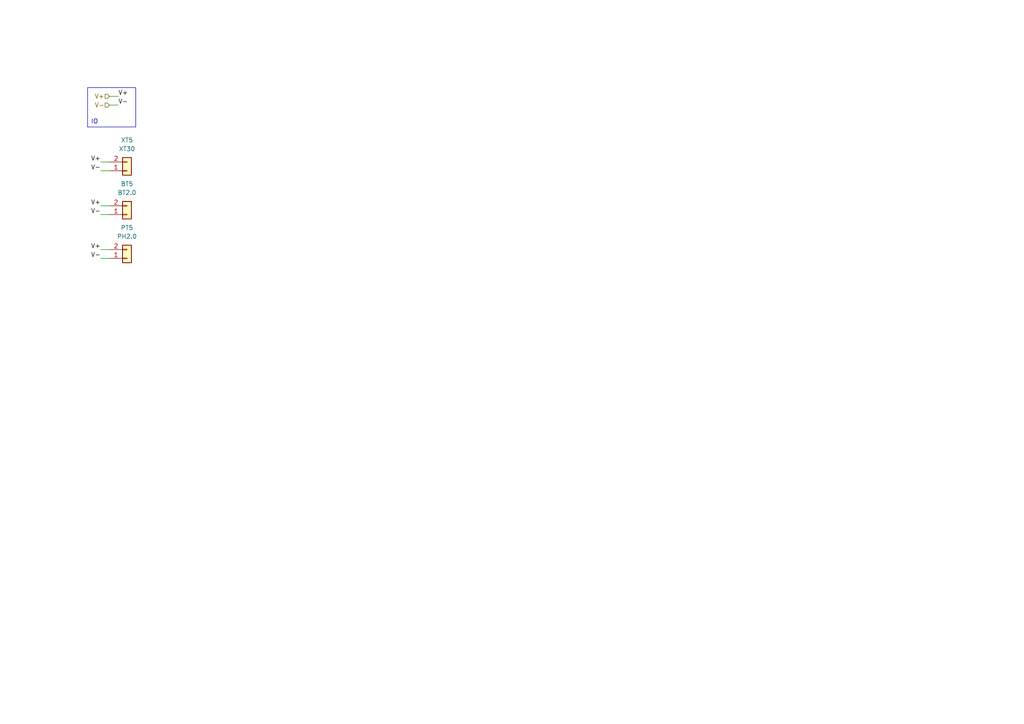
<source format=kicad_sch>
(kicad_sch (version 20250114) (generator "eeschema") (generator_version "9.0")
  (paper "A4")
  (lib_symbols
    (symbol "Connector_Generic:Conn_01x02" (pin_names (offset 1.016) (hide yes))
      (property "Reference" "J" (at 0 2.54 0))
      (property "Value" "Conn_01x02" (at 0 -5.08 0))
      (symbol "Conn_01x02_1_1"
        (rectangle (start -1.27 1.27) (end 1.27 -3.81) (stroke (width 0.254)) (fill (type background)))
        (rectangle (start -1.27 0.127) (end 0 -0.127) (stroke (width 0.1524)))
        (rectangle (start -1.27 -2.413) (end 0 -2.667) (stroke (width 0.1524)))
        (pin passive line (at -5.08 0 0) (length 3.81) (name "Pin_1") (number "1"))
        (pin passive line (at -5.08 -2.54 0) (length 3.81) (name "Pin_2") (number "2"))
      )
    )
  )
  (text_box "IO" (at 25.4 25.4 0) (size 13.97 11.43) (margins 0.9525 0.9525 0.9525 0.9525) (effects (font (size 1.27 1.27)) (justify left bottom)))
  (wire (pts (xy 29.21 46.99) (xy 31.75 46.99)))
  (wire (pts (xy 31.75 27.94) (xy 34.29 27.94)))
  (wire (pts (xy 29.21 62.23) (xy 31.75 62.23)))
  (wire (pts (xy 29.21 74.93) (xy 31.75 74.93)))
  (wire (pts (xy 31.75 30.48) (xy 34.29 30.48)))
  (wire (pts (xy 29.21 59.69) (xy 31.75 59.69)))
  (wire (pts (xy 29.21 49.53) (xy 31.75 49.53)))
  (wire (pts (xy 29.21 72.39) (xy 31.75 72.39)))
  (label "V-" (at 29.21 49.53 180))
  (label "V+" (at 29.21 46.99 180))
  (label "V+" (at 34.29 27.94 0))
  (label "V-" (at 29.21 74.93 180))
  (label "V+" (at 29.21 59.69 180))
  (label "V-" (at 29.21 62.23 180))
  (label "V+" (at 29.21 72.39 180))
  (label "V-" (at 34.29 30.48 0))
  (hierarchical_label "V-" (shape input) (at 31.75 30.48 180))
  (hierarchical_label "V+" (shape input) (at 31.75 27.94 180))
  (symbol (lib_id "Connector_Generic:Conn_01x02") (at 36.83 74.93 0) (mirror x) (unit 1)
    (property "Reference" "PT1" (at 36.83 66.04 0))
    (property "Value" "PH2.0" (at 36.83 68.58 0))
    (property "Footprint" "Connector_JST:JST_PH_B2B-PH-K_1x02_P2.00mm_Vertical" (effects (hide yes)))
    (property "Datasheet" "https://www.tme.eu/Document/6eb2005a51a52592b3f19e8a450c54c8/XT30PW-M.pdf" (effects (hide yes)))
    (property "Description" "Generic connector, single row, 01x02, script generated (kicad-library-utils/schlib/autogen/connector/)" (effects (hide yes)))
    (property "LCSC" "C131337" (effects (hide yes)))
    (instances (project "1S-charging-board_PCB" (path "" (reference "PT5") (unit 1)) (path "" (reference "PT4") (unit 1)) (path "" (reference "PT3") (unit 1)) (path "" (reference "PT1") (unit 1)) (path "" (reference "PT6") (unit 1)) (path "" (reference "PT2") (unit 1))))
  )
  (symbol (lib_id "Connector_Generic:Conn_01x02") (at 36.83 49.53 0) (mirror x) (unit 1)
    (property "Reference" "XT1" (at 36.83 40.64 0))
    (property "Value" "XT30" (at 36.83 43.18 0))
    (property "Footprint" "Connector_AMASS:AMASS_XT30PW-M_1x02_P2.50mm_Horizontal" (effects (hide yes)))
    (property "Datasheet" "https://www.tme.eu/Document/6eb2005a51a52592b3f19e8a450c54c8/XT30PW-M.pdf" (effects (hide yes)))
    (property "Description" "Generic connector, single row, 01x02, script generated (kicad-library-utils/schlib/autogen/connector/)" (effects (hide yes)))
    (property "LCSC" "C431092" (effects (hide yes)))
    (instances (project "1S-charging-board_PCB" (path "" (reference "XT5") (unit 1)) (path "" (reference "XT4") (unit 1)) (path "" (reference "XT3") (unit 1)) (path "" (reference "XT1") (unit 1)) (path "" (reference "XT6") (unit 1)) (path "" (reference "XT2") (unit 1))))
  )
  (symbol (lib_id "Connector_Generic:Conn_01x02") (at 36.83 62.23 0) (mirror x) (unit 1)
    (property "Reference" "BT1" (at 36.83 53.34 0))
    (property "Value" "BT2.0" (at 36.83 55.88 0))
    (property "Footprint" "BT20:BT20" (effects (hide yes)))
    (property "Description" "Generic connector, single row, 01x02, script generated (kicad-library-utils/schlib/autogen/connector/)" (effects (hide yes)))
    (property "LCSC" "-" (effects (hide yes)))
    (property "Aliexpress" "https://www.aliexpress.com/item/1005004465425088.html" (effects (hide yes)))
    (instances (project "1S-charging-board_PCB" (path "" (reference "BT5") (unit 1)) (path "" (reference "BT4") (unit 1)) (path "" (reference "BT3") (unit 1)) (path "" (reference "BT1") (unit 1)) (path "" (reference "BT6") (unit 1)) (path "" (reference "BT2") (unit 1))))
  )
)
</source>
